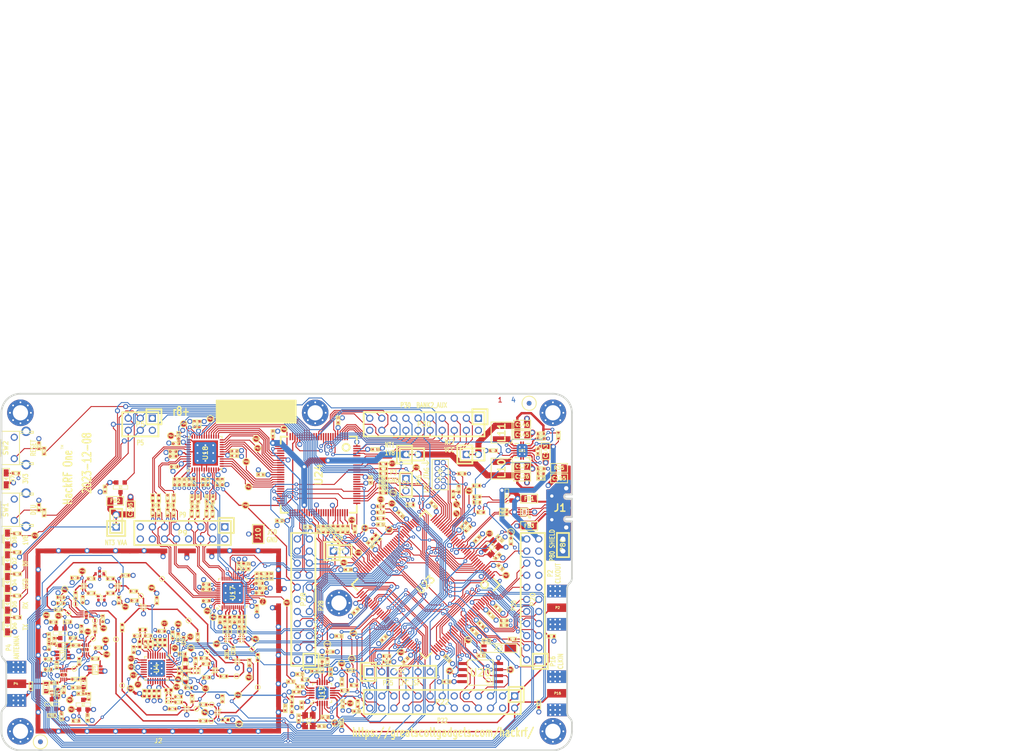
<source format=kicad_pcb>
(kicad_pcb (version 20211014) (generator pcbnew)

  (general
    (thickness 1.6116)
  )

  (paper "USLegal")
  (title_block
    (title "${TITLE}")
    (date "${DATE}")
    (rev "${VERSION}")
    (company "${COPYRIGHT}")
    (comment 1 "${LICENSE}")
  )

  (layers
    (0 "F.Cu" signal "C1F")
    (1 "In1.Cu" signal "C2")
    (2 "In2.Cu" signal "C3")
    (31 "B.Cu" signal "C4B")
    (32 "B.Adhes" user "B.Adhesive")
    (33 "F.Adhes" user "F.Adhesive")
    (34 "B.Paste" user)
    (35 "F.Paste" user)
    (36 "B.SilkS" user "B.Silkscreen")
    (37 "F.SilkS" user "F.Silkscreen")
    (38 "B.Mask" user)
    (39 "F.Mask" user)
    (41 "Cmts.User" user "User.Comments")
    (44 "Edge.Cuts" user)
    (45 "Margin" user)
    (46 "B.CrtYd" user "B.Courtyard")
    (47 "F.CrtYd" user "F.Courtyard")
    (49 "F.Fab" user)
  )

  (setup
    (stackup
      (layer "F.SilkS" (type "Top Silk Screen") (color "White"))
      (layer "F.Paste" (type "Top Solder Paste"))
      (layer "F.Mask" (type "Top Solder Mask") (color "Green") (thickness 0.0127) (material "LPI") (epsilon_r 3.8) (loss_tangent 0))
      (layer "F.Cu" (type "copper") (thickness 0.035))
      (layer "dielectric 1" (type "prepreg") (thickness 0.2104) (material "7628") (epsilon_r 4.6) (loss_tangent 0))
      (layer "In1.Cu" (type "copper") (thickness 0.0152))
      (layer "dielectric 2" (type "core") (thickness 1.065) (material "7628") (epsilon_r 4.6) (loss_tangent 0))
      (layer "In2.Cu" (type "copper") (thickness 0.0152))
      (layer "dielectric 3" (type "prepreg") (thickness 0.2104) (material "7628") (epsilon_r 4.6) (loss_tangent 0))
      (layer "B.Cu" (type "copper") (thickness 0.035))
      (layer "B.Mask" (type "Bottom Solder Mask") (color "Green") (thickness 0.0127) (material "LPI") (epsilon_r 3.8) (loss_tangent 0))
      (layer "B.Paste" (type "Bottom Solder Paste"))
      (layer "B.SilkS" (type "Bottom Silk Screen") (color "White"))
      (copper_finish "ENIG")
      (dielectric_constraints yes)
    )
    (pad_to_mask_clearance 0.05)
    (pad_to_paste_clearance_ratio -0.12)
    (pcbplotparams
      (layerselection 0x00010e8_ffffffff)
      (disableapertmacros false)
      (usegerberextensions true)
      (usegerberattributes false)
      (usegerberadvancedattributes true)
      (creategerberjobfile false)
      (svguseinch false)
      (svgprecision 6)
      (excludeedgelayer true)
      (plotframeref false)
      (viasonmask false)
      (mode 1)
      (useauxorigin false)
      (hpglpennumber 1)
      (hpglpenspeed 20)
      (hpglpendiameter 15.000000)
      (dxfpolygonmode true)
      (dxfimperialunits true)
      (dxfusepcbnewfont true)
      (psnegative false)
      (psa4output false)
      (plotreference false)
      (plotvalue false)
      (plotinvisibletext false)
      (sketchpadsonfab false)
      (subtractmaskfromsilk false)
      (outputformat 1)
      (mirror false)
      (drillshape 0)
      (scaleselection 1)
      (outputdirectory "gerbers")
    )
  )

  (property "COPYRIGHT" "Copyright 2012-2023 Great Scott Gadgets")
  (property "DATE" "2023-12-08")
  (property "LICENSE" "Licensed under the CERN-OHL-P v2")
  (property "TITLE" "HackRF One")
  (property "VERSION" "8+")

  (net 0 "")
  (net 1 "!MIX_BYPASS")
  (net 2 "!RX_AMP_PWR")
  (net 3 "!TX_AMP_PWR")
  (net 4 "!VAA_ENABLE")
  (net 5 "/baseband/CLK0")
  (net 6 "/baseband/CLK1")
  (net 7 "/baseband/CLK2")
  (net 8 "/baseband/CLK3")
  (net 9 "/baseband/CLK5")
  (net 10 "/baseband/COM")
  (net 11 "/baseband/CPOUT+")
  (net 12 "/baseband/CPOUT-")
  (net 13 "/baseband/IA+")
  (net 14 "/baseband/IA-")
  (net 15 "/baseband/ID+")
  (net 16 "/baseband/ID-")
  (net 17 "/baseband/INTR")
  (net 18 "/baseband/OEB")
  (net 19 "/baseband/QA+")
  (net 20 "/baseband/QA-")
  (net 21 "/baseband/QD+")
  (net 22 "/baseband/QD-")
  (net 23 "/baseband/REFN")
  (net 24 "/baseband/REFP")
  (net 25 "/baseband/RXBBI+")
  (net 26 "/baseband/RXBBI-")
  (net 27 "/baseband/RXBBQ+")
  (net 28 "/baseband/RXBBQ-")
  (net 29 "/baseband/TXBBI+")
  (net 30 "/baseband/TXBBI-")
  (net 31 "/baseband/TXBBQ+")
  (net 32 "/baseband/TXBBQ-")
  (net 33 "/baseband/XA")
  (net 34 "/baseband/XB")
  (net 35 "/baseband/XCVR_CLKOUT")
  (net 36 "/baseband/XTAL2")
  (net 37 "/frontend/!ANT_BIAS")
  (net 38 "/frontend/REF_IN")
  (net 39 "/frontend/RX_AMP_OUT")
  (net 40 "/frontend/TX_AMP_IN")
  (net 41 "/frontend/TX_AMP_OUT")
  (net 42 "/mcu/usb/power/ADC0_0")
  (net 43 "/mcu/usb/power/ADC0_2")
  (net 44 "/mcu/usb/power/ADC0_5")
  (net 45 "/mcu/usb/power/ADC0_6")
  (net 46 "/mcu/usb/power/B1AUX13")
  (net 47 "/mcu/usb/power/B1AUX14")
  (net 48 "/mcu/usb/power/B2AUX1")
  (net 49 "/mcu/usb/power/B2AUX10")
  (net 50 "/mcu/usb/power/B2AUX11")
  (net 51 "/mcu/usb/power/B2AUX12")
  (net 52 "/mcu/usb/power/B2AUX13")
  (net 53 "/mcu/usb/power/B2AUX14")
  (net 54 "/mcu/usb/power/B2AUX15")
  (net 55 "/mcu/usb/power/B2AUX16")
  (net 56 "/mcu/usb/power/B2AUX2")
  (net 57 "/mcu/usb/power/B2AUX3")
  (net 58 "/mcu/usb/power/B2AUX4")
  (net 59 "/mcu/usb/power/B2AUX5")
  (net 60 "/mcu/usb/power/B2AUX6")
  (net 61 "/mcu/usb/power/B2AUX7")
  (net 62 "/mcu/usb/power/B2AUX8")
  (net 63 "/mcu/usb/power/B2AUX9")
  (net 64 "/mcu/usb/power/BANK2F3M1")
  (net 65 "/mcu/usb/power/BANK2F3M10")
  (net 66 "/mcu/usb/power/BANK2F3M11")
  (net 67 "/mcu/usb/power/BANK2F3M12")
  (net 68 "/mcu/usb/power/BANK2F3M14")
  (net 69 "/mcu/usb/power/BANK2F3M15")
  (net 70 "/mcu/usb/power/BANK2F3M16")
  (net 71 "/mcu/usb/power/BANK2F3M2")
  (net 72 "/mcu/usb/power/BANK2F3M3")
  (net 73 "/mcu/usb/power/BANK2F3M4")
  (net 74 "/mcu/usb/power/BANK2F3M5")
  (net 75 "/mcu/usb/power/BANK2F3M6")
  (net 76 "/mcu/usb/power/BANK2F3M7")
  (net 77 "/mcu/usb/power/BANK2F3M8")
  (net 78 "/mcu/usb/power/BANK2F3M9")
  (net 79 "/mcu/usb/power/CPLD_TCK")
  (net 80 "/mcu/usb/power/CPLD_TDI")
  (net 81 "/mcu/usb/power/CPLD_TDO")
  (net 82 "/mcu/usb/power/CPLD_TMS")
  (net 83 "/mcu/usb/power/DBGEN")
  (net 84 "/mcu/usb/power/DM")
  (net 85 "/mcu/usb/power/DP")
  (net 86 "/mcu/usb/power/EN1V8")
  (net 87 "/mcu/usb/power/GCK0")
  (net 88 "/mcu/usb/power/GPIO3_10")
  (net 89 "/mcu/usb/power/GPIO3_11")
  (net 90 "/mcu/usb/power/GPIO3_12")
  (net 91 "/mcu/usb/power/GPIO3_13")
  (net 92 "/mcu/usb/power/GPIO3_14")
  (net 93 "/mcu/usb/power/GPIO3_15")
  (net 94 "/mcu/usb/power/GPIO3_8")
  (net 95 "/mcu/usb/power/GPIO3_9")
  (net 96 "/mcu/usb/power/GP_CLKIN")
  (net 97 "/mcu/usb/power/I2C1_SCL")
  (net 98 "/mcu/usb/power/I2C1_SDA")
  (net 99 "/mcu/usb/power/I2S0_RX_MCLK")
  (net 100 "/mcu/usb/power/I2S0_RX_SCK")
  (net 101 "/mcu/usb/power/I2S0_RX_SDA")
  (net 102 "/mcu/usb/power/I2S0_RX_WS")
  (net 103 "/mcu/usb/power/I2S0_TX_MCLK")
  (net 104 "/mcu/usb/power/I2S0_TX_SCK")
  (net 105 "/mcu/usb/power/ISP")
  (net 106 "/mcu/usb/power/LED1")
  (net 107 "/mcu/usb/power/LED2")
  (net 108 "/mcu/usb/power/LED3")
  (net 109 "/mcu/usb/power/P1_1")
  (net 110 "/mcu/usb/power/P1_2")
  (net 111 "/mcu/usb/power/P2_13")
  (net 112 "/mcu/usb/power/P2_8")
  (net 113 "/mcu/usb/power/P2_9")
  (net 114 "/mcu/usb/power/REG_OUT1")
  (net 115 "/mcu/usb/power/REG_OUT2")
  (net 116 "/mcu/usb/power/RESET")
  (net 117 "/mcu/usb/power/RREF")
  (net 118 "/mcu/usb/power/RTCX1")
  (net 119 "/mcu/usb/power/RTCX2")
  (net 120 "/mcu/usb/power/RTC_ALARM")
  (net 121 "/mcu/usb/power/SD_CD")
  (net 122 "/mcu/usb/power/SD_CLK")
  (net 123 "/mcu/usb/power/SD_CMD")
  (net 124 "/mcu/usb/power/SD_DAT0")
  (net 125 "/mcu/usb/power/SD_DAT1")
  (net 126 "/mcu/usb/power/SD_DAT2")
  (net 127 "/mcu/usb/power/SD_DAT3")
  (net 128 "/mcu/usb/power/SD_POW")
  (net 129 "/mcu/usb/power/SD_VOLT0")
  (net 130 "/mcu/usb/power/SGPIO0")
  (net 131 "/mcu/usb/power/SGPIO1")
  (net 132 "/mcu/usb/power/SGPIO10")
  (net 133 "/mcu/usb/power/SGPIO11")
  (net 134 "/mcu/usb/power/SGPIO12")
  (net 135 "/mcu/usb/power/SGPIO13")
  (net 136 "/mcu/usb/power/SGPIO14")
  (net 137 "/mcu/usb/power/SGPIO15")
  (net 138 "/mcu/usb/power/SGPIO2")
  (net 139 "/mcu/usb/power/SGPIO3")
  (net 140 "/mcu/usb/power/SGPIO4")
  (net 141 "/mcu/usb/power/SGPIO5")
  (net 142 "/mcu/usb/power/SGPIO6")
  (net 143 "/mcu/usb/power/SGPIO7")
  (net 144 "/mcu/usb/power/SGPIO9")
  (net 145 "/mcu/usb/power/SPIFI_CS")
  (net 146 "/mcu/usb/power/SPIFI_CIPO")
  (net 147 "/mcu/usb/power/SPIFI_COPI")
  (net 148 "/mcu/usb/power/SPIFI_SCK")
  (net 149 "/mcu/usb/power/SPIFI_SIO2")
  (net 150 "/mcu/usb/power/SPIFI_SIO3")
  (net 151 "/mcu/usb/power/TCK")
  (net 152 "/mcu/usb/power/TDI")
  (net 153 "/mcu/usb/power/TDO")
  (net 154 "/mcu/usb/power/TMS")
  (net 155 "/mcu/usb/power/U0_RXD")
  (net 156 "/mcu/usb/power/U0_TXD")
  (net 157 "/mcu/usb/power/USB_SHIELD")
  (net 158 "/mcu/usb/power/VBAT")
  (net 159 "/mcu/usb/power/VBUS")
  (net 160 "/mcu/usb/power/VBUSCTRL")
  (net 161 "/mcu/usb/power/VIN")
  (net 162 "/mcu/usb/power/VREGMODE")
  (net 163 "/mcu/usb/power/WAKEUP")
  (net 164 "/mcu/usb/power/XTAL1")
  (net 165 "/mcu/usb/power/XTAL2")
  (net 166 "AMP_BYPASS")
  (net 167 "CLK6")
  (net 168 "CLKIN")
  (net 169 "CLKOUT")
  (net 170 "CS_AD")
  (net 171 "CS_XCVR")
  (net 172 "DA0")
  (net 173 "DA1")
  (net 174 "DA2")
  (net 175 "DA3")
  (net 176 "DA4")
  (net 177 "DA5")
  (net 178 "DA6")
  (net 179 "DA7")
  (net 180 "DD0")
  (net 181 "DD1")
  (net 182 "DD2")
  (net 183 "DD3")
  (net 184 "DD4")
  (net 185 "DD5")
  (net 186 "DD6")
  (net 187 "DD7")
  (net 188 "DD8")
  (net 189 "DD9")
  (net 190 "GCK1")
  (net 191 "GCK2")
  (net 192 "GND")
  (net 193 "HP")
  (net 194 "LP")
  (net 195 "MCU_CLK")
  (net 196 "MIXER_ENX")
  (net 197 "MIXER_RESETX")
  (net 198 "MIXER_SCLK")
  (net 199 "MIXER_SDATA")
  (net 200 "MIX_BYPASS")
  (net 201 "MIX_CLK")
  (net 202 "RSSI")
  (net 203 "RX")
  (net 204 "RXENABLE")
  (net 205 "RX_AMP")
  (net 206 "RX_IF")
  (net 207 "RX_MIX_BP")
  (net 208 "SCL")
  (net 209 "SDA")
  (net 210 "SGPIO_CLK")
  (net 211 "SSP1_CIPO")
  (net 212 "SSP1_COPI")
  (net 213 "SSP1_SCK")
  (net 214 "TXENABLE")
  (net 215 "TX_AMP")
  (net 216 "TX_IF")
  (net 217 "TX_MIX_BP")
  (net 218 "VAA")
  (net 219 "VCC")
  (net 220 "XCVR_EN")
  (net 221 "Net-(C8-Pad2)")
  (net 222 "Net-(C9-Pad2)")
  (net 223 "Net-(C9-Pad1)")
  (net 224 "Net-(C12-Pad1)")
  (net 225 "Net-(C13-Pad1)")
  (net 226 "Net-(C14-Pad2)")
  (net 227 "Net-(C14-Pad1)")
  (net 228 "Net-(C15-Pad2)")
  (net 229 "Net-(C17-Pad2)")
  (net 230 "Net-(C17-Pad1)")
  (net 231 "Net-(C18-Pad2)")
  (net 232 "Net-(C18-Pad1)")
  (net 233 "Net-(C20-Pad2)")
  (net 234 "Net-(C20-Pad1)")
  (net 235 "Net-(C21-Pad2)")
  (net 236 "Net-(C21-Pad1)")
  (net 237 "Net-(C23-Pad2)")
  (net 238 "Net-(C23-Pad1)")
  (net 239 "Net-(C25-Pad1)")
  (net 240 "Net-(C26-Pad2)")
  (net 241 "Net-(C26-Pad1)")
  (net 242 "Net-(C27-Pad2)")
  (net 243 "Net-(C27-Pad1)")
  (net 244 "Net-(C28-Pad2)")
  (net 245 "Net-(C28-Pad1)")
  (net 246 "Net-(C31-Pad2)")
  (net 247 "Net-(C31-Pad1)")
  (net 248 "Net-(C32-Pad2)")
  (net 249 "Net-(C32-Pad1)")
  (net 250 "Net-(C43-Pad2)")
  (net 251 "Net-(C43-Pad1)")
  (net 252 "Net-(C44-Pad2)")
  (net 253 "Net-(C44-Pad1)")
  (net 254 "Net-(C46-Pad2)")
  (net 255 "Net-(C46-Pad1)")
  (net 256 "Net-(C48-Pad1)")
  (net 257 "Net-(C49-Pad2)")
  (net 258 "Net-(C50-Pad1)")
  (net 259 "Net-(C51-Pad2)")
  (net 260 "Net-(C51-Pad1)")
  (net 261 "Net-(C163-Pad2)")
  (net 262 "Net-(C58-Pad2)")
  (net 263 "Net-(C59-Pad2)")
  (net 264 "Net-(C61-Pad2)")
  (net 265 "Net-(C61-Pad1)")
  (net 266 "Net-(C62-Pad2)")
  (net 267 "Net-(C64-Pad2)")
  (net 268 "Net-(C64-Pad1)")
  (net 269 "Net-(C99-Pad2)")
  (net 270 "Net-(C99-Pad1)")
  (net 271 "Net-(C102-Pad2)")
  (net 272 "Net-(C102-Pad1)")
  (net 273 "Net-(C104-Pad2)")
  (net 274 "Net-(C104-Pad1)")
  (net 275 "Net-(C105-Pad1)")
  (net 276 "Net-(C106-Pad1)")
  (net 277 "Net-(C111-Pad2)")
  (net 278 "Net-(C111-Pad1)")
  (net 279 "Net-(C114-Pad2)")
  (net 280 "Net-(C114-Pad1)")
  (net 281 "Net-(C125-Pad2)")
  (net 282 "Net-(C160-Pad1)")
  (net 283 "Net-(D2-Pad2)")
  (net 284 "Net-(D4-Pad2)")
  (net 285 "Net-(D5-Pad2)")
  (net 286 "Net-(D6-Pad2)")
  (net 287 "Net-(D7-Pad2)")
  (net 288 "Net-(D8-Pad2)")
  (net 289 "Net-(FB1-Pad1)")
  (net 290 "Net-(FB2-Pad1)")
  (net 291 "Net-(FB3-Pad1)")
  (net 292 "Net-(J1-Pad4)")
  (net 293 "Net-(J1-Pad3)")
  (net 294 "Net-(J1-Pad2)")
  (net 295 "Net-(L1-Pad2)")
  (net 296 "Net-(L1-Pad1)")
  (net 297 "Net-(L2-Pad1)")
  (net 298 "Net-(L3-Pad1)")
  (net 299 "Net-(L10-Pad1)")
  (net 300 "Net-(L11-Pad2)")
  (net 301 "Net-(D10-Pad1)")
  (net 302 "Net-(P6-Pad1)")
  (net 303 "Net-(P7-Pad1)")
  (net 304 "Net-(P17-Pad1)")
  (net 305 "Net-(P19-Pad1)")
  (net 306 "Net-(P24-Pad1)")
  (net 307 "Net-(R4-Pad2)")
  (net 308 "Net-(R30-Pad2)")
  (net 309 "Net-(R19-Pad2)")
  (net 310 "Net-(R51-Pad1)")
  (net 311 "Net-(R52-Pad2)")
  (net 312 "Net-(R55-Pad2)")
  (net 313 "Net-(R62-Pad1)")
  (net 314 "/frontend/RX_AMP_IN")
  (net 315 "+1V8")
  (net 316 "unconnected-(P25-Pad3)")
  (net 317 "unconnected-(P26-Pad7)")
  (net 318 "unconnected-(U4-Pad1)")
  (net 319 "unconnected-(U4-Pad2)")
  (net 320 "unconnected-(U4-Pad3)")
  (net 321 "unconnected-(U4-Pad11)")
  (net 322 "unconnected-(U4-Pad13)")
  (net 323 "unconnected-(U4-Pad14)")
  (net 324 "unconnected-(U4-Pad17)")
  (net 325 "unconnected-(U4-Pad18)")
  (net 326 "unconnected-(U4-Pad20)")
  (net 327 "unconnected-(U4-Pad21)")
  (net 328 "unconnected-(U9-Pad2)")
  (net 329 "unconnected-(U12-Pad2)")
  (net 330 "unconnected-(U14-Pad2)")
  (net 331 "unconnected-(U15-Pad4)")
  (net 332 "unconnected-(U15-Pad6)")
  (net 333 "unconnected-(U17-Pad3)")
  (net 334 "unconnected-(U17-Pad6)")
  (net 335 "unconnected-(U17-Pad8)")
  (net 336 "unconnected-(U17-Pad9)")
  (net 337 "unconnected-(U17-Pad12)")
  (net 338 "unconnected-(U17-Pad14)")
  (net 339 "unconnected-(U17-Pad18)")
  (net 340 "unconnected-(U17-Pad33)")
  (net 341 "unconnected-(U17-Pad34)")
  (net 342 "unconnected-(U17-Pad40)")
  (net 343 "unconnected-(U18-Pad38)")
  (net 344 "unconnected-(U23-Pad85)")
  (net 345 "unconnected-(U23-Pad89)")
  (net 346 "unconnected-(U23-Pad90)")
  (net 347 "unconnected-(U24-Pad14)")
  (net 348 "unconnected-(U24-Pad15)")
  (net 349 "unconnected-(U24-Pad16)")
  (net 350 "unconnected-(U24-Pad20)")
  (net 351 "unconnected-(U24-Pad25)")
  (net 352 "unconnected-(U24-Pad44)")
  (net 353 "unconnected-(U24-Pad46)")
  (net 354 "unconnected-(U24-Pad49)")
  (net 355 "unconnected-(U24-Pad50)")
  (net 356 "unconnected-(U24-Pad52)")
  (net 357 "unconnected-(U24-Pad53)")
  (net 358 "unconnected-(U24-Pad54)")
  (net 359 "unconnected-(U24-Pad58)")
  (net 360 "unconnected-(U24-Pad59)")
  (net 361 "unconnected-(U24-Pad60)")
  (net 362 "unconnected-(U24-Pad63)")
  (net 363 "unconnected-(U24-Pad65)")
  (net 364 "unconnected-(U24-Pad66)")
  (net 365 "unconnected-(U24-Pad68)")
  (net 366 "unconnected-(U24-Pad73)")
  (net 367 "unconnected-(U24-Pad75)")
  (net 368 "unconnected-(U24-Pad80)")
  (net 369 "unconnected-(U24-Pad82)")
  (net 370 "unconnected-(U24-Pad85)")
  (net 371 "unconnected-(U24-Pad86)")
  (net 372 "unconnected-(U24-Pad87)")
  (net 373 "unconnected-(U24-Pad93)")
  (net 374 "unconnected-(U24-Pad95)")
  (net 375 "unconnected-(U24-Pad96)")
  (net 376 "Net-(D10-Pad2)")
  (net 377 "Net-(Q1-Pad3)")
  (net 378 "Net-(Q2-Pad3)")
  (net 379 "/mcu/usb/power/ADC0_3")

  (footprint "gsg-modules:LTST-S220" (layer "F.Cu") (at 61.27 148.838 -90))

  (footprint "gsg-modules:LTST-S220" (layer "F.Cu") (at 61.27 139.694 -90))

  (footprint "gsg-modules:LTST-S220" (layer "F.Cu") (at 61.27 130.55 -90))

  (footprint "gsg-modules:LTST-S220" (layer "F.Cu") (at 61.27 144.266 -90))

  (footprint "gsg-modules:LTST-S220" (layer "F.Cu") (at 61.27 135.122 -90))

  (footprint "GSG-TESTPOINT-30MIL-MASKONLY" (layer "F.Cu") (at 89.31402 142.49908))

  (footprint "GSG-TESTPOINT-30MIL-MASKONLY" (layer "F.Cu") (at 84.1046 151.6574))

  (footprint "GSG-TESTPOINT-30MIL-MASKONLY" (layer "F.Cu") (at 75.57516 144.21358))

  (footprint "GSG-TESTPOINT-30MIL-MASKONLY" (layer "F.Cu") (at 74.0537 146.1516))

  (footprint "GSG-TESTPOINT-30MIL-MASKONLY" (layer "F.Cu") (at 93.782 138.932))

  (footprint "GSG-TESTPOINT-30MIL-MASKONLY" (layer "F.Cu") (at 85.4 161.3602))

  (footprint "GSG-TESTPOINT-30MIL-MASKONLY" (layer "F.Cu") (at 75.33894 157.8483))

  (footprint "GSG-TESTPOINT-30MIL-MASKONLY" (layer "F.Cu") (at 79.28 151.506))

  (footprint "GSG-TESTPOINT-30MIL-MASKONLY" (layer "F.Cu") (at 113.919 161.74974))

  (footprint "GSG-TESTPOINT-30MIL-MASKONLY" (layer "F.Cu") (at 104.11206 168.79824))

  (footprint "GSG-TESTPOINT-30MIL-MASKONLY" (layer "F.Cu") (at 104.25176 165.37432))

  (footprint "GSG-TESTPOINT-30MIL-MASKONLY" (layer "F.Cu") (at 101.0158 166.26332))

  (footprint "GSG-TESTPOINT-30MIL-MASKONLY" (layer "F.Cu") (at 79.6671 147.71116))

  (footprint "GSG-TESTPOINT-30MIL-MASKONLY" (layer "F.Cu") (at 109.47654 159.42564))

  (footprint "GSG-TESTPOINT-30MIL-MASKONLY" (layer "F.Cu") (at 99.36226 147.6883))

  (footprint "GSG-TESTPOINT-30MIL-MASKONLY" (layer "F.Cu") (at 103.23068 154.2796))

  (footprint "GSG-TESTPOINT-30MIL-MASKONLY" (layer "F.Cu") (at 112.71504 153.71064))

  (footprint "gsg-modules:LTST-S220" (layer "F.Cu") (at 61 117.9 -90))

  (footprint "GSG-MARK1MM" (layer "F.Cu") (at 171 102))

  (footprint "hackrf:GSG-0402" (layer "F.Cu") (at 91.0964 163.0468 -90))

  (footprint "hackrf:GSG-0402" (layer "F.Cu") (at 90.0804 163.0468 -90))

  (footprint "hackrf:GSG-0402" (layer "F.Cu") (at 93.1284 163.0468 -90))

  (footprint "hackrf:GSG-0402" (layer "F.Cu") (at 92.1124 163.0468 -90))

  (footprint "hackrf:GSG-0402" (layer "F.Cu") (at 92.341 152.328 90))

  (footprint "hackrf:GSG-0402" (layer "F.Cu") (at 93.357 152.328 90))

  (footprint "hackrf:GSG-0402" (layer "F.Cu") (at 107.084 168.5762 180))

  (footprint "hackrf:GSG-0402" (layer "F.Cu") (at 113.919 155.448 -90))

  (footprint "hackrf:GSG-0402" (layer "F.Cu") (at 85.4 149.1682 90))

  (footprint "hackrf:GSG-0402" (layer "F.Cu") (at 87.9808 143.4816))

  (footprint "hackrf:GSG-0402" (layer "F.Cu") (at 84.7138 143.4622 90))

  (footprint "hackrf:GSG-0402" (layer "F.Cu") (at 87.7944 153.8266 -90))

  (footprint "hackrf:GSG-0402" (layer "F.Cu") (at 88.5564 150.9056 180))

  (footprint "hackrf:GSG-0402" (layer "F.Cu") (at 90.3344 152.6836 90))

  (footprint "hackrf:GSG-0402" (layer "F.Cu") (at 90.8424 150.9056))

  (footprint "hackrf:GSG-0402" (layer "F.Cu") (at 106.4998 164.1566 90))

  (footprint "hackrf:GSG-0402" (layer "F.Cu") (at 82.9358 141.9382))

  (footprint "hackrf:GSG-0402" (layer "F.Cu") (at 78.8718 141.9382))

  (footprint "hackrf:GSG-0402" (layer "F.Cu") (at 77.0938 143.3352 90))

  (footprint "hackrf:GSG-0402" (layer "F.Cu") (at 87.8078 141.5288))

  (footprint "hackrf:GSG-0402" (layer "F.Cu") (at 102.4382 165.3794 180))

  (footprint "hackrf:GSG-0402" (layer "F.Cu") (at 95.9732 166.2726))

  (footprint "hackrf:GSG-0402" (layer "F.Cu") (at 101.2698 151.1808 90))

  (footprint "hackrf:GSG-0402" (layer "F.Cu") (at 92.6798 143.4816 -90))

  (footprint "hackrf:GSG-0402" (layer "F.Cu") (at 97.1924 163.7326))

  (footprint "hackrf:GSG-0402" (layer "F.Cu") (at 78.8718 138.8902 180))

  (footprint "hackrf:GSG-0402" (layer "F.Cu") (at 82.9358 138.8902))

  (footprint "hackrf:GSG-0402" (layer "F.Cu") (at 97.1924 164.8756))

  (footprint "hackrf:GSG-0402" (layer "F.Cu") (at 75.4174 138.7124 180))

  (footprint "hackrf:GSG-0402" (layer "F.Cu") (at 86.1 138.2))

  (footprint "hackrf:GSG-0402" (layer "F.Cu") (at 75.5952 142.4462 90))

  (footprint "hackrf:GSG-0402" (layer "F.Cu") (at 102.4382 168.8084 180))

  (footprint "hackrf:GSG-0402" (layer "F.Cu") (at 100.1134 164.139 90))

  (footprint "hackrf:GSG-0402" (layer "F.Cu") (at 98.31 151.9216 90))

  (footprint "hackrf:GSG-0402" (layer "F.Cu") (at 97.167 151.1596 90))

  (footprint "hackrf:GSG-0402" (layer "F.Cu") (at 96.024 150.7786 90))

  (footprint "hackrf:GSG-0402" (layer "F.Cu") (at 93.738 149.915 180))

  (footprint "hackrf:GSG-0402" (layer "F.Cu") (at 72.4456 142.8272))

  (footprint "hackrf:GSG-0402" (layer "F.Cu") (at 81.3054 147.3454 90))

  (footprint "hackrf:GSG-0402" (layer "F.Cu") (at 72.4456 144.0718))

  (footprint "hackrf:GSG-0402" (layer "F.Cu") (at 99.326 161.8276))

  (footprint "hackrf:GSG-0402" (layer "F.Cu") (at 98.056 154.7156 180))

  (footprint "hackrf:GSG-0402" (layer "F.Cu") (at 72.009 145.415 180))

  (footprint "hackrf:GSG-0402" (layer "F.Cu") (at 79.6798 149.4282 90))

  (footprint "hackrf:GSG-0402" (layer "F.Cu") (at 102.5906 155.6512))

  (footprint "hackrf:GSG-0402" (layer "F.Cu") (at 103.0478 156.7942 180))

  (footprint "hackrf:GSG-0402" (layer "F.Cu") (at 112.1664 156.5656 90))

  (footprint "hackrf:GSG-0402" (layer "F.Cu") (at 108.7374 154.0002 90))

  (footprint "hackrf:GSG-0402" (layer "F.Cu") (at 100.85 156.2396 -90))

  (footprint "hackrf:GSG-0402" (layer "F.Cu") (at 75.678 152.92))

  (footprint "hackrf:GSG-0402" (layer "F.Cu") (at 106.7414 159.434 180))

  (footprint "hackrf:GSG-0402" (layer "F.Cu") (at 70 153.2 -90))

  (footprint "hackrf:GSG-0402" (layer "F.Cu") (at 70.9474 147.9998 180))

  (footprint "hackrf:GSG-0402" (layer "F.Cu") (at 103.124 159.6644 180))

  (footprint "hackrf:GSG-0402" (layer "F.Cu") (at 80.377 153.428))

  (footprint "hackrf:GSG-0402" (layer "F.Cu") (at 107.3912 154.8638 90))

  (footprint "hackrf:GSG-0402" (layer "F.Cu") (at 76.835 149.4282 90))

  (footprint "hackrf:GSG-0402" (layer "F.Cu") (at 71.614 157.111 90))

  (footprint "hackrf:GSG-0402" (layer "F.Cu") (at 79.742 155.714))

  (footprint "hackrf:GSG-0402" (layer "F.Cu") (at 75.043 151.396))

  (footprint "hackrf:GSG-0402" (layer "F.Cu") (at 76.3638 156.3236 90))

  (footprint "hackrf:GSG-0402" (layer "F.Cu") (at 75.551 160.032))

  (footprint "hackrf:GSG-0402" (layer "F.Cu") (at 73.0872 162.2418 -90))

  (footprint "hackrf:GSG-0402" (layer "F.Cu") (at 71.13 160.81 180))

  (footprint "hackrf:GSG-0402" (layer "F.Cu") (at 69.836 158))

  (footprint "hackrf:GSG-0402" (layer "F.Cu") (at 69.836 155.841))

  (footprint "hackrf:GSG-0402" (layer "F.Cu") (at 121.0802 164.2964 -90))

  (footprint "hackrf:GSG-0402" (layer "F.Cu") (at 127.4624 155.7214 90))

  (footprint "hackrf:GSG-0402" (layer "F.Cu") (at 129.088 154.2736))

  (footprint "hackrf:GSG-0402" (layer "F.Cu") (at 121.0802 166.3284 -90))

  (footprint "hackrf:GSG-0402" (layer "F.Cu") (at 100.4824 118.5578 -90))

  (footprint "hackrf:GSG-0402" (layer "F.Cu") (at 99.4664 118.5578 -90))

  (footprint "hackrf:GSG-0402" (layer "F.Cu") (at 103.4034 118.5578 -90))

  (footprint "hackrf:GSG-0402" (layer "F.Cu") (at 102.3874 118.5578 -90))

  (footprint "hackrf:GSG-0402" (layer "F.Cu") (at 105.4354 118.5578 -90))

  (footprint "hackrf:GSG-0402" (layer "F.Cu") (at 106.4514 118.5578 -90))

  (footprint "hackrf:GSG-0402" (layer "F.Cu") (at 101.6254 106.3658 90))

  (footprint "hackrf:GSG-0402" (layer "F.Cu") (at 100.6094 106.3658 90))

  (footprint "hackrf:GSG-0402" (layer "F.Cu") (at 96.7359 110.4933 180))

  (footprint "hackrf:GSG-0402" (layer "F.Cu") (at 97.2439 108.8423 90))

  (footprint "hackrf:GSG-0402" (layer "F.Cu") (at 96.1009 113.1603 180))

  (footprint "hackrf:GSG-0402" (layer "F.Cu") (at 96.1009 112.1443 180))

  (footprint "hackrf:GSG-0402" (layer "F.Cu")
    (tedit 4FB6CFE4) (tstamp 00000000-0000-0000-0000-00005787e295)
    (at 96.3549 115.3193 180)
    (property "Description" "CAP CER 0.1UF 25V X5R 0402")
    (property "Manufacturer" "Samsung")
 
... [4412065 chars truncated]
</source>
